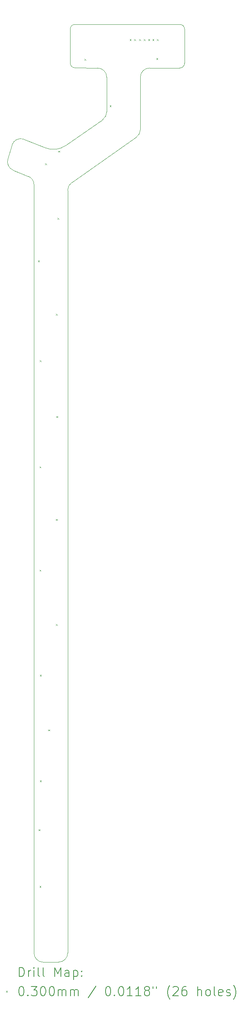
<source format=gbr>
%TF.GenerationSoftware,KiCad,Pcbnew,8.0.2*%
%TF.CreationDate,2025-02-10T20:40:31+01:00*%
%TF.ProjectId,FT25_AMS_VSENS,46543235-5f41-44d5-935f-5653454e532e,rev?*%
%TF.SameCoordinates,Original*%
%TF.FileFunction,Drillmap*%
%TF.FilePolarity,Positive*%
%FSLAX45Y45*%
G04 Gerber Fmt 4.5, Leading zero omitted, Abs format (unit mm)*
G04 Created by KiCad (PCBNEW 8.0.2) date 2025-02-10 20:40:31*
%MOMM*%
%LPD*%
G01*
G04 APERTURE LIST*
%ADD10C,0.050000*%
%ADD11C,0.200000*%
%ADD12C,0.100000*%
G04 APERTURE END LIST*
D10*
X22920000Y-4080367D02*
X22920000Y-4830000D01*
X19128085Y-6623386D02*
G75*
G02*
X19394450Y-6494242I191865J-56464D01*
G01*
X20510000Y-3980005D02*
X22820000Y-3980005D01*
X20352994Y-7607614D02*
G75*
G02*
X20438280Y-7443786I200006J-6D01*
G01*
X19863992Y-6682723D02*
X19394448Y-6494248D01*
X20352994Y-7607614D02*
X20352994Y-24303501D01*
X21210341Y-5895694D02*
X21210341Y-5135027D01*
X20308020Y-6631619D02*
G75*
G02*
X19863993Y-6682721I-269200J384459D01*
G01*
X21865056Y-6444744D02*
X20438279Y-7443784D01*
X20510708Y-4929290D02*
G75*
G02*
X20410710Y-4829290I2J100000D01*
G01*
X22819285Y-3980176D02*
G75*
G02*
X22919832Y-4081254I5J-100544D01*
G01*
X20410711Y-4829290D02*
X20410718Y-4080005D01*
X22920062Y-4829999D02*
G75*
G02*
X22814782Y-4934992I-105003J9D01*
G01*
X21210341Y-5895694D02*
G75*
G02*
X21125059Y-6059529I-200001J-6D01*
G01*
X21950341Y-5135027D02*
G75*
G02*
X22150341Y-4935021I199999J7D01*
G01*
X19155668Y-7170489D02*
G75*
G02*
X19038303Y-6928414I74502J185609D01*
G01*
X19038307Y-6928415D02*
X19128085Y-6623386D01*
X21950341Y-6280914D02*
G75*
G02*
X21865054Y-6444742I-200001J4D01*
G01*
X21950341Y-5135027D02*
X21950341Y-6280914D01*
X21010341Y-4935027D02*
X20510708Y-4929290D01*
X20352994Y-24303501D02*
G75*
G02*
X20152994Y-24503494I-199994J1D01*
G01*
X20410718Y-4080005D02*
G75*
G02*
X20510000Y-3980010I99992J5D01*
G01*
X19612994Y-24303501D02*
X19612994Y-7489288D01*
X19487495Y-7303681D02*
X19155668Y-7170489D01*
X20152994Y-24503501D02*
X19812994Y-24503501D01*
X20308020Y-6631619D02*
X21125056Y-6059525D01*
X21010341Y-4935027D02*
G75*
G02*
X21210333Y-5135027I-11J-200003D01*
G01*
X19812994Y-24503501D02*
G75*
G02*
X19612989Y-24303501I6J200011D01*
G01*
X22149782Y-4934993D02*
X22814782Y-4934993D01*
X19487495Y-7303681D02*
G75*
G02*
X19612991Y-7489288I-74495J-185599D01*
G01*
D11*
D12*
X19700000Y-9145000D02*
X19730000Y-9175000D01*
X19730000Y-9145000D02*
X19700000Y-9175000D01*
X19715000Y-21595000D02*
X19745000Y-21625000D01*
X19745000Y-21595000D02*
X19715000Y-21625000D01*
X19735000Y-13655000D02*
X19765000Y-13685000D01*
X19765000Y-13655000D02*
X19735000Y-13685000D01*
X19735000Y-15915000D02*
X19765000Y-15945000D01*
X19765000Y-15915000D02*
X19735000Y-15945000D01*
X19735000Y-22835000D02*
X19765000Y-22865000D01*
X19765000Y-22835000D02*
X19735000Y-22865000D01*
X19740000Y-11330000D02*
X19770000Y-11360000D01*
X19770000Y-11330000D02*
X19740000Y-11360000D01*
X19745000Y-18215000D02*
X19775000Y-18245000D01*
X19775000Y-18215000D02*
X19745000Y-18245000D01*
X19745000Y-20525000D02*
X19775000Y-20555000D01*
X19775000Y-20525000D02*
X19745000Y-20555000D01*
X19856842Y-7019219D02*
X19886842Y-7049219D01*
X19886842Y-7019219D02*
X19856842Y-7049219D01*
X19925000Y-19413750D02*
X19955000Y-19443750D01*
X19955000Y-19413750D02*
X19925000Y-19443750D01*
X20095000Y-10315000D02*
X20125000Y-10345000D01*
X20125000Y-10315000D02*
X20095000Y-10345000D01*
X20095000Y-14805000D02*
X20125000Y-14835000D01*
X20125000Y-14805000D02*
X20095000Y-14835000D01*
X20095000Y-17105000D02*
X20125000Y-17135000D01*
X20125000Y-17105000D02*
X20095000Y-17135000D01*
X20105000Y-12555000D02*
X20135000Y-12585000D01*
X20135000Y-12555000D02*
X20105000Y-12585000D01*
X20127500Y-8215000D02*
X20157500Y-8245000D01*
X20157500Y-8215000D02*
X20127500Y-8245000D01*
X20145550Y-6747156D02*
X20175550Y-6777156D01*
X20175550Y-6747156D02*
X20145550Y-6777156D01*
X20720000Y-4735000D02*
X20750000Y-4765000D01*
X20750000Y-4735000D02*
X20720000Y-4765000D01*
X21275000Y-5750000D02*
X21305000Y-5780000D01*
X21305000Y-5750000D02*
X21275000Y-5780000D01*
X21715000Y-4305000D02*
X21745000Y-4335000D01*
X21745000Y-4305000D02*
X21715000Y-4335000D01*
X21815000Y-4305000D02*
X21845000Y-4335000D01*
X21845000Y-4305000D02*
X21815000Y-4335000D01*
X21925000Y-4305000D02*
X21955000Y-4335000D01*
X21955000Y-4305000D02*
X21925000Y-4335000D01*
X22025000Y-4305000D02*
X22055000Y-4335000D01*
X22055000Y-4305000D02*
X22025000Y-4335000D01*
X22125000Y-4305000D02*
X22155000Y-4335000D01*
X22155000Y-4305000D02*
X22125000Y-4335000D01*
X22215000Y-4305000D02*
X22245000Y-4335000D01*
X22245000Y-4305000D02*
X22215000Y-4335000D01*
X22300000Y-4720000D02*
X22330000Y-4750000D01*
X22330000Y-4720000D02*
X22300000Y-4750000D01*
X22315000Y-4305000D02*
X22345000Y-4335000D01*
X22345000Y-4305000D02*
X22315000Y-4335000D01*
D11*
X19288444Y-24817485D02*
X19288444Y-24617485D01*
X19288444Y-24617485D02*
X19336063Y-24617485D01*
X19336063Y-24617485D02*
X19364634Y-24627009D01*
X19364634Y-24627009D02*
X19383682Y-24646057D01*
X19383682Y-24646057D02*
X19393206Y-24665104D01*
X19393206Y-24665104D02*
X19402729Y-24703199D01*
X19402729Y-24703199D02*
X19402729Y-24731771D01*
X19402729Y-24731771D02*
X19393206Y-24769866D01*
X19393206Y-24769866D02*
X19383682Y-24788914D01*
X19383682Y-24788914D02*
X19364634Y-24807961D01*
X19364634Y-24807961D02*
X19336063Y-24817485D01*
X19336063Y-24817485D02*
X19288444Y-24817485D01*
X19488444Y-24817485D02*
X19488444Y-24684152D01*
X19488444Y-24722247D02*
X19497967Y-24703199D01*
X19497967Y-24703199D02*
X19507491Y-24693676D01*
X19507491Y-24693676D02*
X19526539Y-24684152D01*
X19526539Y-24684152D02*
X19545587Y-24684152D01*
X19612253Y-24817485D02*
X19612253Y-24684152D01*
X19612253Y-24617485D02*
X19602729Y-24627009D01*
X19602729Y-24627009D02*
X19612253Y-24636533D01*
X19612253Y-24636533D02*
X19621777Y-24627009D01*
X19621777Y-24627009D02*
X19612253Y-24617485D01*
X19612253Y-24617485D02*
X19612253Y-24636533D01*
X19736063Y-24817485D02*
X19717015Y-24807961D01*
X19717015Y-24807961D02*
X19707491Y-24788914D01*
X19707491Y-24788914D02*
X19707491Y-24617485D01*
X19840825Y-24817485D02*
X19821777Y-24807961D01*
X19821777Y-24807961D02*
X19812253Y-24788914D01*
X19812253Y-24788914D02*
X19812253Y-24617485D01*
X20069396Y-24817485D02*
X20069396Y-24617485D01*
X20069396Y-24617485D02*
X20136063Y-24760342D01*
X20136063Y-24760342D02*
X20202729Y-24617485D01*
X20202729Y-24617485D02*
X20202729Y-24817485D01*
X20383682Y-24817485D02*
X20383682Y-24712723D01*
X20383682Y-24712723D02*
X20374158Y-24693676D01*
X20374158Y-24693676D02*
X20355110Y-24684152D01*
X20355110Y-24684152D02*
X20317015Y-24684152D01*
X20317015Y-24684152D02*
X20297967Y-24693676D01*
X20383682Y-24807961D02*
X20364634Y-24817485D01*
X20364634Y-24817485D02*
X20317015Y-24817485D01*
X20317015Y-24817485D02*
X20297967Y-24807961D01*
X20297967Y-24807961D02*
X20288444Y-24788914D01*
X20288444Y-24788914D02*
X20288444Y-24769866D01*
X20288444Y-24769866D02*
X20297967Y-24750818D01*
X20297967Y-24750818D02*
X20317015Y-24741295D01*
X20317015Y-24741295D02*
X20364634Y-24741295D01*
X20364634Y-24741295D02*
X20383682Y-24731771D01*
X20478920Y-24684152D02*
X20478920Y-24884152D01*
X20478920Y-24693676D02*
X20497967Y-24684152D01*
X20497967Y-24684152D02*
X20536063Y-24684152D01*
X20536063Y-24684152D02*
X20555110Y-24693676D01*
X20555110Y-24693676D02*
X20564634Y-24703199D01*
X20564634Y-24703199D02*
X20574158Y-24722247D01*
X20574158Y-24722247D02*
X20574158Y-24779390D01*
X20574158Y-24779390D02*
X20564634Y-24798437D01*
X20564634Y-24798437D02*
X20555110Y-24807961D01*
X20555110Y-24807961D02*
X20536063Y-24817485D01*
X20536063Y-24817485D02*
X20497967Y-24817485D01*
X20497967Y-24817485D02*
X20478920Y-24807961D01*
X20659872Y-24798437D02*
X20669396Y-24807961D01*
X20669396Y-24807961D02*
X20659872Y-24817485D01*
X20659872Y-24817485D02*
X20650348Y-24807961D01*
X20650348Y-24807961D02*
X20659872Y-24798437D01*
X20659872Y-24798437D02*
X20659872Y-24817485D01*
X20659872Y-24693676D02*
X20669396Y-24703199D01*
X20669396Y-24703199D02*
X20659872Y-24712723D01*
X20659872Y-24712723D02*
X20650348Y-24703199D01*
X20650348Y-24703199D02*
X20659872Y-24693676D01*
X20659872Y-24693676D02*
X20659872Y-24712723D01*
D12*
X18997667Y-25131001D02*
X19027667Y-25161001D01*
X19027667Y-25131001D02*
X18997667Y-25161001D01*
D11*
X19326539Y-25037485D02*
X19345587Y-25037485D01*
X19345587Y-25037485D02*
X19364634Y-25047009D01*
X19364634Y-25047009D02*
X19374158Y-25056533D01*
X19374158Y-25056533D02*
X19383682Y-25075580D01*
X19383682Y-25075580D02*
X19393206Y-25113676D01*
X19393206Y-25113676D02*
X19393206Y-25161295D01*
X19393206Y-25161295D02*
X19383682Y-25199390D01*
X19383682Y-25199390D02*
X19374158Y-25218437D01*
X19374158Y-25218437D02*
X19364634Y-25227961D01*
X19364634Y-25227961D02*
X19345587Y-25237485D01*
X19345587Y-25237485D02*
X19326539Y-25237485D01*
X19326539Y-25237485D02*
X19307491Y-25227961D01*
X19307491Y-25227961D02*
X19297967Y-25218437D01*
X19297967Y-25218437D02*
X19288444Y-25199390D01*
X19288444Y-25199390D02*
X19278920Y-25161295D01*
X19278920Y-25161295D02*
X19278920Y-25113676D01*
X19278920Y-25113676D02*
X19288444Y-25075580D01*
X19288444Y-25075580D02*
X19297967Y-25056533D01*
X19297967Y-25056533D02*
X19307491Y-25047009D01*
X19307491Y-25047009D02*
X19326539Y-25037485D01*
X19478920Y-25218437D02*
X19488444Y-25227961D01*
X19488444Y-25227961D02*
X19478920Y-25237485D01*
X19478920Y-25237485D02*
X19469396Y-25227961D01*
X19469396Y-25227961D02*
X19478920Y-25218437D01*
X19478920Y-25218437D02*
X19478920Y-25237485D01*
X19555110Y-25037485D02*
X19678920Y-25037485D01*
X19678920Y-25037485D02*
X19612253Y-25113676D01*
X19612253Y-25113676D02*
X19640825Y-25113676D01*
X19640825Y-25113676D02*
X19659872Y-25123199D01*
X19659872Y-25123199D02*
X19669396Y-25132723D01*
X19669396Y-25132723D02*
X19678920Y-25151771D01*
X19678920Y-25151771D02*
X19678920Y-25199390D01*
X19678920Y-25199390D02*
X19669396Y-25218437D01*
X19669396Y-25218437D02*
X19659872Y-25227961D01*
X19659872Y-25227961D02*
X19640825Y-25237485D01*
X19640825Y-25237485D02*
X19583682Y-25237485D01*
X19583682Y-25237485D02*
X19564634Y-25227961D01*
X19564634Y-25227961D02*
X19555110Y-25218437D01*
X19802729Y-25037485D02*
X19821777Y-25037485D01*
X19821777Y-25037485D02*
X19840825Y-25047009D01*
X19840825Y-25047009D02*
X19850348Y-25056533D01*
X19850348Y-25056533D02*
X19859872Y-25075580D01*
X19859872Y-25075580D02*
X19869396Y-25113676D01*
X19869396Y-25113676D02*
X19869396Y-25161295D01*
X19869396Y-25161295D02*
X19859872Y-25199390D01*
X19859872Y-25199390D02*
X19850348Y-25218437D01*
X19850348Y-25218437D02*
X19840825Y-25227961D01*
X19840825Y-25227961D02*
X19821777Y-25237485D01*
X19821777Y-25237485D02*
X19802729Y-25237485D01*
X19802729Y-25237485D02*
X19783682Y-25227961D01*
X19783682Y-25227961D02*
X19774158Y-25218437D01*
X19774158Y-25218437D02*
X19764634Y-25199390D01*
X19764634Y-25199390D02*
X19755110Y-25161295D01*
X19755110Y-25161295D02*
X19755110Y-25113676D01*
X19755110Y-25113676D02*
X19764634Y-25075580D01*
X19764634Y-25075580D02*
X19774158Y-25056533D01*
X19774158Y-25056533D02*
X19783682Y-25047009D01*
X19783682Y-25047009D02*
X19802729Y-25037485D01*
X19993206Y-25037485D02*
X20012253Y-25037485D01*
X20012253Y-25037485D02*
X20031301Y-25047009D01*
X20031301Y-25047009D02*
X20040825Y-25056533D01*
X20040825Y-25056533D02*
X20050348Y-25075580D01*
X20050348Y-25075580D02*
X20059872Y-25113676D01*
X20059872Y-25113676D02*
X20059872Y-25161295D01*
X20059872Y-25161295D02*
X20050348Y-25199390D01*
X20050348Y-25199390D02*
X20040825Y-25218437D01*
X20040825Y-25218437D02*
X20031301Y-25227961D01*
X20031301Y-25227961D02*
X20012253Y-25237485D01*
X20012253Y-25237485D02*
X19993206Y-25237485D01*
X19993206Y-25237485D02*
X19974158Y-25227961D01*
X19974158Y-25227961D02*
X19964634Y-25218437D01*
X19964634Y-25218437D02*
X19955110Y-25199390D01*
X19955110Y-25199390D02*
X19945587Y-25161295D01*
X19945587Y-25161295D02*
X19945587Y-25113676D01*
X19945587Y-25113676D02*
X19955110Y-25075580D01*
X19955110Y-25075580D02*
X19964634Y-25056533D01*
X19964634Y-25056533D02*
X19974158Y-25047009D01*
X19974158Y-25047009D02*
X19993206Y-25037485D01*
X20145587Y-25237485D02*
X20145587Y-25104152D01*
X20145587Y-25123199D02*
X20155110Y-25113676D01*
X20155110Y-25113676D02*
X20174158Y-25104152D01*
X20174158Y-25104152D02*
X20202729Y-25104152D01*
X20202729Y-25104152D02*
X20221777Y-25113676D01*
X20221777Y-25113676D02*
X20231301Y-25132723D01*
X20231301Y-25132723D02*
X20231301Y-25237485D01*
X20231301Y-25132723D02*
X20240825Y-25113676D01*
X20240825Y-25113676D02*
X20259872Y-25104152D01*
X20259872Y-25104152D02*
X20288444Y-25104152D01*
X20288444Y-25104152D02*
X20307491Y-25113676D01*
X20307491Y-25113676D02*
X20317015Y-25132723D01*
X20317015Y-25132723D02*
X20317015Y-25237485D01*
X20412253Y-25237485D02*
X20412253Y-25104152D01*
X20412253Y-25123199D02*
X20421777Y-25113676D01*
X20421777Y-25113676D02*
X20440825Y-25104152D01*
X20440825Y-25104152D02*
X20469396Y-25104152D01*
X20469396Y-25104152D02*
X20488444Y-25113676D01*
X20488444Y-25113676D02*
X20497968Y-25132723D01*
X20497968Y-25132723D02*
X20497968Y-25237485D01*
X20497968Y-25132723D02*
X20507491Y-25113676D01*
X20507491Y-25113676D02*
X20526539Y-25104152D01*
X20526539Y-25104152D02*
X20555110Y-25104152D01*
X20555110Y-25104152D02*
X20574158Y-25113676D01*
X20574158Y-25113676D02*
X20583682Y-25132723D01*
X20583682Y-25132723D02*
X20583682Y-25237485D01*
X20974158Y-25027961D02*
X20802730Y-25285104D01*
X21231301Y-25037485D02*
X21250349Y-25037485D01*
X21250349Y-25037485D02*
X21269396Y-25047009D01*
X21269396Y-25047009D02*
X21278920Y-25056533D01*
X21278920Y-25056533D02*
X21288444Y-25075580D01*
X21288444Y-25075580D02*
X21297968Y-25113676D01*
X21297968Y-25113676D02*
X21297968Y-25161295D01*
X21297968Y-25161295D02*
X21288444Y-25199390D01*
X21288444Y-25199390D02*
X21278920Y-25218437D01*
X21278920Y-25218437D02*
X21269396Y-25227961D01*
X21269396Y-25227961D02*
X21250349Y-25237485D01*
X21250349Y-25237485D02*
X21231301Y-25237485D01*
X21231301Y-25237485D02*
X21212253Y-25227961D01*
X21212253Y-25227961D02*
X21202730Y-25218437D01*
X21202730Y-25218437D02*
X21193206Y-25199390D01*
X21193206Y-25199390D02*
X21183682Y-25161295D01*
X21183682Y-25161295D02*
X21183682Y-25113676D01*
X21183682Y-25113676D02*
X21193206Y-25075580D01*
X21193206Y-25075580D02*
X21202730Y-25056533D01*
X21202730Y-25056533D02*
X21212253Y-25047009D01*
X21212253Y-25047009D02*
X21231301Y-25037485D01*
X21383682Y-25218437D02*
X21393206Y-25227961D01*
X21393206Y-25227961D02*
X21383682Y-25237485D01*
X21383682Y-25237485D02*
X21374158Y-25227961D01*
X21374158Y-25227961D02*
X21383682Y-25218437D01*
X21383682Y-25218437D02*
X21383682Y-25237485D01*
X21517015Y-25037485D02*
X21536063Y-25037485D01*
X21536063Y-25037485D02*
X21555111Y-25047009D01*
X21555111Y-25047009D02*
X21564634Y-25056533D01*
X21564634Y-25056533D02*
X21574158Y-25075580D01*
X21574158Y-25075580D02*
X21583682Y-25113676D01*
X21583682Y-25113676D02*
X21583682Y-25161295D01*
X21583682Y-25161295D02*
X21574158Y-25199390D01*
X21574158Y-25199390D02*
X21564634Y-25218437D01*
X21564634Y-25218437D02*
X21555111Y-25227961D01*
X21555111Y-25227961D02*
X21536063Y-25237485D01*
X21536063Y-25237485D02*
X21517015Y-25237485D01*
X21517015Y-25237485D02*
X21497968Y-25227961D01*
X21497968Y-25227961D02*
X21488444Y-25218437D01*
X21488444Y-25218437D02*
X21478920Y-25199390D01*
X21478920Y-25199390D02*
X21469396Y-25161295D01*
X21469396Y-25161295D02*
X21469396Y-25113676D01*
X21469396Y-25113676D02*
X21478920Y-25075580D01*
X21478920Y-25075580D02*
X21488444Y-25056533D01*
X21488444Y-25056533D02*
X21497968Y-25047009D01*
X21497968Y-25047009D02*
X21517015Y-25037485D01*
X21774158Y-25237485D02*
X21659872Y-25237485D01*
X21717015Y-25237485D02*
X21717015Y-25037485D01*
X21717015Y-25037485D02*
X21697968Y-25066057D01*
X21697968Y-25066057D02*
X21678920Y-25085104D01*
X21678920Y-25085104D02*
X21659872Y-25094628D01*
X21964634Y-25237485D02*
X21850349Y-25237485D01*
X21907491Y-25237485D02*
X21907491Y-25037485D01*
X21907491Y-25037485D02*
X21888444Y-25066057D01*
X21888444Y-25066057D02*
X21869396Y-25085104D01*
X21869396Y-25085104D02*
X21850349Y-25094628D01*
X22078920Y-25123199D02*
X22059872Y-25113676D01*
X22059872Y-25113676D02*
X22050349Y-25104152D01*
X22050349Y-25104152D02*
X22040825Y-25085104D01*
X22040825Y-25085104D02*
X22040825Y-25075580D01*
X22040825Y-25075580D02*
X22050349Y-25056533D01*
X22050349Y-25056533D02*
X22059872Y-25047009D01*
X22059872Y-25047009D02*
X22078920Y-25037485D01*
X22078920Y-25037485D02*
X22117015Y-25037485D01*
X22117015Y-25037485D02*
X22136063Y-25047009D01*
X22136063Y-25047009D02*
X22145587Y-25056533D01*
X22145587Y-25056533D02*
X22155111Y-25075580D01*
X22155111Y-25075580D02*
X22155111Y-25085104D01*
X22155111Y-25085104D02*
X22145587Y-25104152D01*
X22145587Y-25104152D02*
X22136063Y-25113676D01*
X22136063Y-25113676D02*
X22117015Y-25123199D01*
X22117015Y-25123199D02*
X22078920Y-25123199D01*
X22078920Y-25123199D02*
X22059872Y-25132723D01*
X22059872Y-25132723D02*
X22050349Y-25142247D01*
X22050349Y-25142247D02*
X22040825Y-25161295D01*
X22040825Y-25161295D02*
X22040825Y-25199390D01*
X22040825Y-25199390D02*
X22050349Y-25218437D01*
X22050349Y-25218437D02*
X22059872Y-25227961D01*
X22059872Y-25227961D02*
X22078920Y-25237485D01*
X22078920Y-25237485D02*
X22117015Y-25237485D01*
X22117015Y-25237485D02*
X22136063Y-25227961D01*
X22136063Y-25227961D02*
X22145587Y-25218437D01*
X22145587Y-25218437D02*
X22155111Y-25199390D01*
X22155111Y-25199390D02*
X22155111Y-25161295D01*
X22155111Y-25161295D02*
X22145587Y-25142247D01*
X22145587Y-25142247D02*
X22136063Y-25132723D01*
X22136063Y-25132723D02*
X22117015Y-25123199D01*
X22231301Y-25037485D02*
X22231301Y-25075580D01*
X22307492Y-25037485D02*
X22307492Y-25075580D01*
X22602730Y-25313676D02*
X22593206Y-25304152D01*
X22593206Y-25304152D02*
X22574158Y-25275580D01*
X22574158Y-25275580D02*
X22564634Y-25256533D01*
X22564634Y-25256533D02*
X22555111Y-25227961D01*
X22555111Y-25227961D02*
X22545587Y-25180342D01*
X22545587Y-25180342D02*
X22545587Y-25142247D01*
X22545587Y-25142247D02*
X22555111Y-25094628D01*
X22555111Y-25094628D02*
X22564634Y-25066057D01*
X22564634Y-25066057D02*
X22574158Y-25047009D01*
X22574158Y-25047009D02*
X22593206Y-25018437D01*
X22593206Y-25018437D02*
X22602730Y-25008914D01*
X22669396Y-25056533D02*
X22678920Y-25047009D01*
X22678920Y-25047009D02*
X22697968Y-25037485D01*
X22697968Y-25037485D02*
X22745587Y-25037485D01*
X22745587Y-25037485D02*
X22764634Y-25047009D01*
X22764634Y-25047009D02*
X22774158Y-25056533D01*
X22774158Y-25056533D02*
X22783682Y-25075580D01*
X22783682Y-25075580D02*
X22783682Y-25094628D01*
X22783682Y-25094628D02*
X22774158Y-25123199D01*
X22774158Y-25123199D02*
X22659872Y-25237485D01*
X22659872Y-25237485D02*
X22783682Y-25237485D01*
X22955111Y-25037485D02*
X22917015Y-25037485D01*
X22917015Y-25037485D02*
X22897968Y-25047009D01*
X22897968Y-25047009D02*
X22888444Y-25056533D01*
X22888444Y-25056533D02*
X22869396Y-25085104D01*
X22869396Y-25085104D02*
X22859872Y-25123199D01*
X22859872Y-25123199D02*
X22859872Y-25199390D01*
X22859872Y-25199390D02*
X22869396Y-25218437D01*
X22869396Y-25218437D02*
X22878920Y-25227961D01*
X22878920Y-25227961D02*
X22897968Y-25237485D01*
X22897968Y-25237485D02*
X22936063Y-25237485D01*
X22936063Y-25237485D02*
X22955111Y-25227961D01*
X22955111Y-25227961D02*
X22964634Y-25218437D01*
X22964634Y-25218437D02*
X22974158Y-25199390D01*
X22974158Y-25199390D02*
X22974158Y-25151771D01*
X22974158Y-25151771D02*
X22964634Y-25132723D01*
X22964634Y-25132723D02*
X22955111Y-25123199D01*
X22955111Y-25123199D02*
X22936063Y-25113676D01*
X22936063Y-25113676D02*
X22897968Y-25113676D01*
X22897968Y-25113676D02*
X22878920Y-25123199D01*
X22878920Y-25123199D02*
X22869396Y-25132723D01*
X22869396Y-25132723D02*
X22859872Y-25151771D01*
X23212253Y-25237485D02*
X23212253Y-25037485D01*
X23297968Y-25237485D02*
X23297968Y-25132723D01*
X23297968Y-25132723D02*
X23288444Y-25113676D01*
X23288444Y-25113676D02*
X23269396Y-25104152D01*
X23269396Y-25104152D02*
X23240825Y-25104152D01*
X23240825Y-25104152D02*
X23221777Y-25113676D01*
X23221777Y-25113676D02*
X23212253Y-25123199D01*
X23421777Y-25237485D02*
X23402730Y-25227961D01*
X23402730Y-25227961D02*
X23393206Y-25218437D01*
X23393206Y-25218437D02*
X23383682Y-25199390D01*
X23383682Y-25199390D02*
X23383682Y-25142247D01*
X23383682Y-25142247D02*
X23393206Y-25123199D01*
X23393206Y-25123199D02*
X23402730Y-25113676D01*
X23402730Y-25113676D02*
X23421777Y-25104152D01*
X23421777Y-25104152D02*
X23450349Y-25104152D01*
X23450349Y-25104152D02*
X23469396Y-25113676D01*
X23469396Y-25113676D02*
X23478920Y-25123199D01*
X23478920Y-25123199D02*
X23488444Y-25142247D01*
X23488444Y-25142247D02*
X23488444Y-25199390D01*
X23488444Y-25199390D02*
X23478920Y-25218437D01*
X23478920Y-25218437D02*
X23469396Y-25227961D01*
X23469396Y-25227961D02*
X23450349Y-25237485D01*
X23450349Y-25237485D02*
X23421777Y-25237485D01*
X23602730Y-25237485D02*
X23583682Y-25227961D01*
X23583682Y-25227961D02*
X23574158Y-25208914D01*
X23574158Y-25208914D02*
X23574158Y-25037485D01*
X23755111Y-25227961D02*
X23736063Y-25237485D01*
X23736063Y-25237485D02*
X23697968Y-25237485D01*
X23697968Y-25237485D02*
X23678920Y-25227961D01*
X23678920Y-25227961D02*
X23669396Y-25208914D01*
X23669396Y-25208914D02*
X23669396Y-25132723D01*
X23669396Y-25132723D02*
X23678920Y-25113676D01*
X23678920Y-25113676D02*
X23697968Y-25104152D01*
X23697968Y-25104152D02*
X23736063Y-25104152D01*
X23736063Y-25104152D02*
X23755111Y-25113676D01*
X23755111Y-25113676D02*
X23764634Y-25132723D01*
X23764634Y-25132723D02*
X23764634Y-25151771D01*
X23764634Y-25151771D02*
X23669396Y-25170818D01*
X23840825Y-25227961D02*
X23859873Y-25237485D01*
X23859873Y-25237485D02*
X23897968Y-25237485D01*
X23897968Y-25237485D02*
X23917015Y-25227961D01*
X23917015Y-25227961D02*
X23926539Y-25208914D01*
X23926539Y-25208914D02*
X23926539Y-25199390D01*
X23926539Y-25199390D02*
X23917015Y-25180342D01*
X23917015Y-25180342D02*
X23897968Y-25170818D01*
X23897968Y-25170818D02*
X23869396Y-25170818D01*
X23869396Y-25170818D02*
X23850349Y-25161295D01*
X23850349Y-25161295D02*
X23840825Y-25142247D01*
X23840825Y-25142247D02*
X23840825Y-25132723D01*
X23840825Y-25132723D02*
X23850349Y-25113676D01*
X23850349Y-25113676D02*
X23869396Y-25104152D01*
X23869396Y-25104152D02*
X23897968Y-25104152D01*
X23897968Y-25104152D02*
X23917015Y-25113676D01*
X23993206Y-25313676D02*
X24002730Y-25304152D01*
X24002730Y-25304152D02*
X24021777Y-25275580D01*
X24021777Y-25275580D02*
X24031301Y-25256533D01*
X24031301Y-25256533D02*
X24040825Y-25227961D01*
X24040825Y-25227961D02*
X24050349Y-25180342D01*
X24050349Y-25180342D02*
X24050349Y-25142247D01*
X24050349Y-25142247D02*
X24040825Y-25094628D01*
X24040825Y-25094628D02*
X24031301Y-25066057D01*
X24031301Y-25066057D02*
X24021777Y-25047009D01*
X24021777Y-25047009D02*
X24002730Y-25018437D01*
X24002730Y-25018437D02*
X23993206Y-25008914D01*
M02*

</source>
